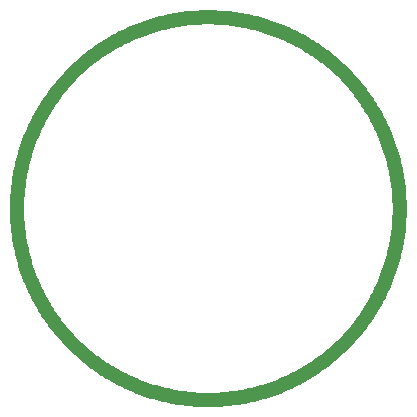
<source format=gm1>
G04*
G04 #@! TF.GenerationSoftware,Altium Limited,Altium Designer,19.1.7 (138)*
G04*
G04 Layer_Color=16711935*
%FSLAX25Y25*%
%MOIN*%
G70*
G01*
G75*
%ADD37C,0.04724*%
D37*
X61400Y-1680D02*
X62402Y-1672D01*
X63403Y-1648D01*
X64404Y-1609D01*
X65405Y-1554D01*
X66404Y-1483D01*
X67402Y-1397D01*
X68399Y-1294D01*
X69394Y-1177D01*
X70386Y-1043D01*
X71377Y-894D01*
X72365Y-730D01*
X73351Y-550D01*
X74334Y-354D01*
X75313Y-143D01*
X76289Y83D01*
X77261Y324D01*
X78230Y581D01*
X79194Y853D01*
X80154Y1140D01*
X81109Y1442D01*
X82059Y1759D01*
X83004Y2091D01*
X83944Y2438D01*
X84879Y2799D01*
X85807Y3175D01*
X86730Y3566D01*
X87646Y3971D01*
X88556Y4391D01*
X89459Y4824D01*
X90355Y5272D01*
X91244Y5734D01*
X92126Y6210D01*
X93000Y6699D01*
X93866Y7202D01*
X94725Y7719D01*
X95575Y8249D01*
X96416Y8793D01*
X97249Y9349D01*
X98073Y9919D01*
X98888Y10501D01*
X99694Y11096D01*
X100491Y11704D01*
X101277Y12324D01*
X102054Y12957D01*
X102821Y13601D01*
X103578Y14258D01*
X104324Y14927D01*
X105060Y15607D01*
X105785Y16298D01*
X106499Y17001D01*
X107202Y17715D01*
X107893Y18440D01*
X108573Y19175D01*
X109241Y19922D01*
X109898Y20678D01*
X110543Y21445D01*
X111175Y22222D01*
X111795Y23009D01*
X112403Y23805D01*
X112998Y24611D01*
X113581Y25426D01*
X114151Y26250D01*
X114707Y27083D01*
X115251Y27925D01*
X115781Y28775D01*
X116297Y29633D01*
X116801Y30500D01*
X117290Y31374D01*
X117766Y32255D01*
X118228Y33144D01*
X118676Y34040D01*
X119109Y34944D01*
X119529Y35853D01*
X119934Y36770D01*
X120324Y37692D01*
X120701Y38621D01*
X121062Y39555D01*
X121409Y40495D01*
X121741Y41440D01*
X122058Y42390D01*
X122360Y43346D01*
X122647Y44306D01*
X122919Y45270D01*
X123176Y46238D01*
X123417Y47210D01*
X123643Y48186D01*
X123854Y49166D01*
X124050Y50148D01*
X124230Y51134D01*
X124394Y52122D01*
X124543Y53113D01*
X124677Y54106D01*
X124794Y55101D01*
X124896Y56097D01*
X124983Y57095D01*
X125054Y58095D01*
X125109Y59095D01*
X125148Y60096D01*
X125172Y61098D01*
X125180Y62099D01*
Y62100D02*
X125172Y63102D01*
X125148Y64103D01*
X125109Y65104D01*
X125054Y66105D01*
X124983Y67104D01*
X124897Y68102D01*
X124794Y69099D01*
X124677Y70094D01*
X124543Y71087D01*
X124394Y72077D01*
X124230Y73066D01*
X124050Y74051D01*
X123854Y75034D01*
X123644Y76013D01*
X123417Y76989D01*
X123176Y77961D01*
X122919Y78930D01*
X122647Y79894D01*
X122360Y80854D01*
X122058Y81809D01*
X121741Y82759D01*
X121409Y83705D01*
X121062Y84644D01*
X120701Y85579D01*
X120325Y86507D01*
X119934Y87430D01*
X119529Y88346D01*
X119109Y89256D01*
X118676Y90159D01*
X118228Y91055D01*
X117766Y91944D01*
X117290Y92826D01*
X116801Y93700D01*
X116298Y94566D01*
X115781Y95425D01*
X115251Y96275D01*
X114707Y97116D01*
X114151Y97949D01*
X113581Y98774D01*
X112999Y99589D01*
X112404Y100394D01*
X111796Y101191D01*
X111176Y101978D01*
X110543Y102755D01*
X109898Y103522D01*
X109242Y104278D01*
X108573Y105024D01*
X107893Y105760D01*
X107202Y106485D01*
X106499Y107199D01*
X105785Y107902D01*
X105060Y108593D01*
X104324Y109273D01*
X103578Y109942D01*
X102822Y110598D01*
X102055Y111243D01*
X101278Y111875D01*
X100491Y112496D01*
X99695Y113103D01*
X98889Y113699D01*
X98074Y114281D01*
X97249Y114851D01*
X96416Y115407D01*
X95575Y115951D01*
X94725Y116481D01*
X93866Y116998D01*
X93000Y117501D01*
X92126Y117991D01*
X91244Y118466D01*
X90355Y118928D01*
X89459Y119376D01*
X88556Y119809D01*
X87646Y120229D01*
X86730Y120634D01*
X85807Y121025D01*
X84879Y121401D01*
X83944Y121762D01*
X83004Y122109D01*
X82059Y122441D01*
X81109Y122758D01*
X80154Y123060D01*
X79194Y123347D01*
X78230Y123619D01*
X77261Y123876D01*
X76289Y124117D01*
X75313Y124344D01*
X74334Y124554D01*
X73351Y124750D01*
X72365Y124930D01*
X71377Y125094D01*
X70386Y125243D01*
X69394Y125377D01*
X68399Y125494D01*
X67402Y125596D01*
X66404Y125683D01*
X65405Y125754D01*
X64404Y125809D01*
X63403Y125848D01*
X62402Y125872D01*
X61400Y125880D01*
X60398Y125872D01*
X59397Y125848D01*
X58396Y125809D01*
X57395Y125754D01*
X56396Y125683D01*
X55398Y125596D01*
X54401Y125494D01*
X53406Y125377D01*
X52413Y125243D01*
X51423Y125094D01*
X50434Y124930D01*
X49449Y124750D01*
X48466Y124554D01*
X47487Y124344D01*
X46511Y124117D01*
X45539Y123876D01*
X44570Y123619D01*
X43606Y123347D01*
X42646Y123060D01*
X41691Y122758D01*
X40741Y122441D01*
X39795Y122109D01*
X38855Y121762D01*
X37921Y121401D01*
X36993Y121025D01*
X36070Y120634D01*
X35154Y120229D01*
X34244Y119809D01*
X33341Y119376D01*
X32445Y118928D01*
X31556Y118466D01*
X30674Y117990D01*
X29800Y117501D01*
X28934Y116998D01*
X28075Y116481D01*
X27225Y115951D01*
X26384Y115407D01*
X25550Y114851D01*
X24726Y114281D01*
X23911Y113699D01*
X23105Y113103D01*
X22309Y112496D01*
X21522Y111875D01*
X20745Y111243D01*
X19978Y110598D01*
X19222Y109942D01*
X18476Y109273D01*
X17740Y108593D01*
X17015Y107902D01*
X16301Y107199D01*
X15598Y106485D01*
X14907Y105760D01*
X14227Y105024D01*
X13558Y104278D01*
X12902Y103522D01*
X12257Y102755D01*
X11625Y101978D01*
X11004Y101191D01*
X10396Y100395D01*
X9801Y99589D01*
X9219Y98774D01*
X8649Y97949D01*
X8093Y97117D01*
X7549Y96275D01*
X7019Y95425D01*
X6502Y94567D01*
X5999Y93700D01*
X5510Y92826D01*
X5034Y91944D01*
X4572Y91055D01*
X4124Y90159D01*
X3691Y89256D01*
X3271Y88346D01*
X2866Y87430D01*
X2475Y86507D01*
X2099Y85579D01*
X1738Y84645D01*
X1391Y83705D01*
X1059Y82759D01*
X742Y81809D01*
X440Y80854D01*
X153Y79894D01*
X-119Y78930D01*
X-376Y77961D01*
X-617Y76989D01*
X-843Y76013D01*
X-1054Y75034D01*
X-1250Y74051D01*
X-1430Y73066D01*
X-1594Y72078D01*
X-1743Y71087D01*
X-1877Y70094D01*
X-1994Y69099D01*
X-2097Y68103D01*
X-2183Y67104D01*
X-2254Y66105D01*
X-2309Y65105D01*
X-2348Y64104D01*
X-2372Y63102D01*
X-2379Y62100D01*
Y62100D02*
X-2372Y61098D01*
X-2348Y60097D01*
X-2309Y59096D01*
X-2254Y58095D01*
X-2183Y57096D01*
X-2097Y56098D01*
X-1994Y55101D01*
X-1877Y54106D01*
X-1743Y53114D01*
X-1594Y52123D01*
X-1430Y51135D01*
X-1250Y50149D01*
X-1054Y49166D01*
X-843Y48187D01*
X-617Y47211D01*
X-376Y46239D01*
X-119Y45270D01*
X153Y44306D01*
X440Y43346D01*
X742Y42391D01*
X1059Y41441D01*
X1391Y40496D01*
X1738Y39556D01*
X2099Y38621D01*
X2475Y37693D01*
X2866Y36770D01*
X3271Y35854D01*
X3691Y34944D01*
X4124Y34041D01*
X4572Y33145D01*
X5034Y32256D01*
X5509Y31374D01*
X5999Y30500D01*
X6502Y29634D01*
X7019Y28776D01*
X7549Y27925D01*
X8093Y27084D01*
X8649Y26251D01*
X9219Y25427D01*
X9801Y24611D01*
X10396Y23806D01*
X11004Y23009D01*
X11624Y22223D01*
X12257Y21446D01*
X12901Y20679D01*
X13558Y19922D01*
X14227Y19176D01*
X14907Y18440D01*
X15598Y17715D01*
X16301Y17001D01*
X17015Y16298D01*
X17740Y15607D01*
X18475Y14927D01*
X19222Y14258D01*
X19978Y13602D01*
X20745Y12957D01*
X21522Y12325D01*
X22309Y11705D01*
X23105Y11097D01*
X23911Y10502D01*
X24726Y9919D01*
X25550Y9349D01*
X26383Y8793D01*
X27225Y8249D01*
X28075Y7719D01*
X28933Y7203D01*
X29800Y6699D01*
X30674Y6210D01*
X31555Y5734D01*
X32444Y5272D01*
X33340Y4824D01*
X34244Y4391D01*
X35153Y3971D01*
X36070Y3566D01*
X36992Y3176D01*
X37921Y2799D01*
X38855Y2438D01*
X39795Y2091D01*
X40740Y1759D01*
X41690Y1442D01*
X42646Y1140D01*
X43606Y853D01*
X44570Y581D01*
X45538Y324D01*
X46510Y83D01*
X47486Y-143D01*
X48466Y-354D01*
X49448Y-550D01*
X50434Y-730D01*
X51422Y-894D01*
X52413Y-1043D01*
X53406Y-1177D01*
X54401Y-1294D01*
X55397Y-1396D01*
X56395Y-1483D01*
X57395Y-1554D01*
X58395Y-1609D01*
X59396Y-1648D01*
X60397Y-1672D01*
X61399Y-1680D01*
M02*

</source>
